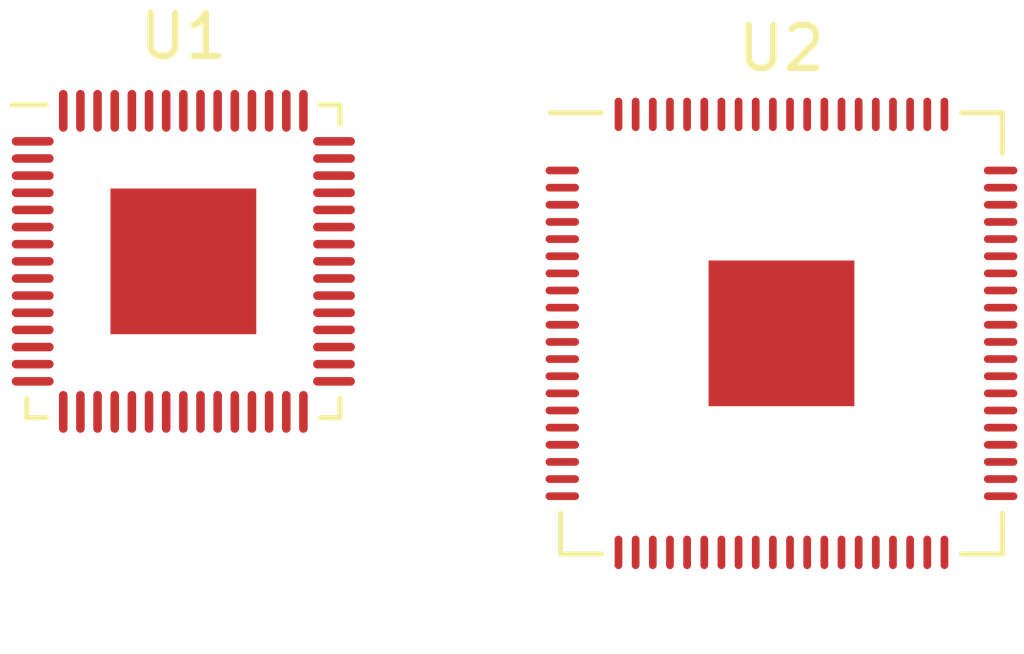
<source format=kicad_pcb>
(kicad_pcb (version 20240108) (generator "pcbnew") (generator_version "8.0")
  (layers (0 "F.Cu" signal) (31 "B.Cu" signal) (34 "B.Paste" user) (35 "F.Paste" user) (36 "B.SilkS" user "B.Silkscreen") (37 "F.SilkS" user "F.Silkscreen") (38 "B.Mask" user) (39 "F.Mask" user) (44 "Edge.Cuts" user))
  (net 0 "")
  (footprint "RP2350:RP2350A_QFN-60_EP_7x7_Pitch0.4mm" (layer "F.Cu") (at 129.28 83.8635)
    (property "Reference" "U1" (at 0 -5.25 0) (layer "F.SilkS"))
    (property "Value" "RP2350A")
    (fp_line (start -3.65 3.65) (end -3.65 3.2) (stroke (width 0.12)) (layer "F.SilkS"))
    (fp_line (start -3.2 -3.65) (end -3.9875 -3.65) (stroke (width 0.12)) (layer "F.SilkS"))
    (fp_line (start -3.2 3.65) (end -3.65 3.65) (stroke (width 0.12)) (layer "F.SilkS"))
    (fp_line (start 3.2 -3.65) (end 3.65 -3.65) (stroke (width 0.12)) (layer "F.SilkS"))
    (fp_line (start 3.2 3.65) (end 3.65 3.65) (stroke (width 0.12)) (layer "F.SilkS"))
    (fp_line (start 3.65 -3.65) (end 3.65 -3.2) (stroke (width 0.12)) (layer "F.SilkS"))
    (fp_line (start 3.65 3.65) (end 3.65 3.2) (stroke (width 0.12)) (layer "F.SilkS"))
    (pad "1" smd oval (at -3.5125 -2.8 90) (size 0.2 0.975) (layers "F.Cu" "F.Paste" "F.Mask"))
    (pad "2" smd oval (at -3.5125 -2.4 90) (size 0.2 0.975) (layers "F.Cu" "F.Paste" "F.Mask"))
    (pad "3" smd oval (at -3.5125 -2 90) (size 0.2 0.975) (layers "F.Cu" "F.Paste" "F.Mask"))
    (pad "4" smd oval (at -3.5125 -1.6 90) (size 0.2 0.975) (layers "F.Cu" "F.Paste" "F.Mask"))
    (pad "5" smd oval (at -3.5125 -1.2 90) (size 0.2 0.975) (layers "F.Cu" "F.Paste" "F.Mask"))
    (pad "6" smd oval (at -3.5125 -0.8 90) (size 0.2 0.975) (layers "F.Cu" "F.Paste" "F.Mask"))
    (pad "7" smd oval (at -3.5125 -0.4 90) (size 0.2 0.975) (layers "F.Cu" "F.Paste" "F.Mask"))
    (pad "8" smd oval (at -3.5125 0 90) (size 0.2 0.975) (layers "F.Cu" "F.Paste" "F.Mask"))
    (pad "9" smd oval (at -3.5125 0.4 90) (size 0.2 0.975) (layers "F.Cu" "F.Paste" "F.Mask"))
    (pad "10" smd oval (at -3.5125 0.8 90) (size 0.2 0.975) (layers "F.Cu" "F.Paste" "F.Mask"))
    (pad "11" smd oval (at -3.5125 1.2 90) (size 0.2 0.975) (layers "F.Cu" "F.Paste" "F.Mask"))
    (pad "12" smd oval (at -3.5125 1.6 90) (size 0.2 0.975) (layers "F.Cu" "F.Paste" "F.Mask"))
    (pad "13" smd oval (at -3.5125 2 90) (size 0.2 0.975) (layers "F.Cu" "F.Paste" "F.Mask"))
    (pad "14" smd oval (at -3.5125 2.4 90) (size 0.2 0.975) (layers "F.Cu" "F.Paste" "F.Mask"))
    (pad "15" smd oval (at -3.5125 2.8 90) (size 0.2 0.975) (layers "F.Cu" "F.Paste" "F.Mask"))
    (pad "16" smd oval (at -2.8 3.5125) (size 0.2 0.975) (layers "F.Cu" "F.Paste" "F.Mask"))
    (pad "17" smd oval (at -2.4 3.5125) (size 0.2 0.975) (layers "F.Cu" "F.Paste" "F.Mask"))
    (pad "18" smd oval (at -2 3.5125) (size 0.2 0.975) (layers "F.Cu" "F.Paste" "F.Mask"))
    (pad "19" smd oval (at -1.6 3.5125) (size 0.2 0.975) (layers "F.Cu" "F.Paste" "F.Mask"))
    (pad "20" smd oval (at -1.2 3.5125) (size 0.2 0.975) (layers "F.Cu" "F.Paste" "F.Mask"))
    (pad "21" smd oval (at -0.8 3.5125) (size 0.2 0.975) (layers "F.Cu" "F.Paste" "F.Mask"))
    (pad "22" smd oval (at -0.4 3.5125) (size 0.2 0.975) (layers "F.Cu" "F.Paste" "F.Mask"))
    (pad "23" smd oval (at 0 3.5125) (size 0.2 0.975) (layers "F.Cu" "F.Paste" "F.Mask"))
    (pad "24" smd oval (at 0.4 3.5125) (size 0.2 0.975) (layers "F.Cu" "F.Paste" "F.Mask"))
    (pad "25" smd oval (at 0.8 3.5125) (size 0.2 0.975) (layers "F.Cu" "F.Paste" "F.Mask"))
    (pad "26" smd oval (at 1.2 3.5125) (size 0.2 0.975) (layers "F.Cu" "F.Paste" "F.Mask"))
    (pad "27" smd oval (at 1.6 3.5125) (size 0.2 0.975) (layers "F.Cu" "F.Paste" "F.Mask"))
    (pad "28" smd oval (at 2 3.5125) (size 0.2 0.975) (layers "F.Cu" "F.Paste" "F.Mask"))
    (pad "29" smd oval (at 2.4 3.5125) (size 0.2 0.975) (layers "F.Cu" "F.Paste" "F.Mask"))
    (pad "30" smd oval (at 2.8 3.5125) (size 0.2 0.975) (layers "F.Cu" "F.Paste" "F.Mask"))
    (pad "31" smd oval (at 3.5125 2.8 90) (size 0.2 0.975) (layers "F.Cu" "F.Paste" "F.Mask"))
    (pad "32" smd oval (at 3.5125 2.4 90) (size 0.2 0.975) (layers "F.Cu" "F.Paste" "F.Mask"))
    (pad "33" smd oval (at 3.5125 2 90) (size 0.2 0.975) (layers "F.Cu" "F.Paste" "F.Mask"))
    (pad "34" smd oval (at 3.5125 1.6 90) (size 0.2 0.975) (layers "F.Cu" "F.Paste" "F.Mask"))
    (pad "35" smd oval (at 3.5125 1.2 90) (size 0.2 0.975) (layers "F.Cu" "F.Paste" "F.Mask"))
    (pad "36" smd oval (at 3.5125 0.8 90) (size 0.2 0.975) (layers "F.Cu" "F.Paste" "F.Mask"))
    (pad "37" smd oval (at 3.5125 0.4 90) (size 0.2 0.975) (layers "F.Cu" "F.Paste" "F.Mask"))
    (pad "38" smd oval (at 3.5125 0 90) (size 0.2 0.975) (layers "F.Cu" "F.Paste" "F.Mask"))
    (pad "39" smd oval (at 3.5125 -0.4 90) (size 0.2 0.975) (layers "F.Cu" "F.Paste" "F.Mask"))
    (pad "40" smd oval (at 3.5125 -0.8 90) (size 0.2 0.975) (layers "F.Cu" "F.Paste" "F.Mask"))
    (pad "41" smd oval (at 3.5125 -1.2 90) (size 0.2 0.975) (layers "F.Cu" "F.Paste" "F.Mask"))
    (pad "42" smd oval (at 3.5125 -1.6 90) (size 0.2 0.975) (layers "F.Cu" "F.Paste" "F.Mask"))
    (pad "43" smd oval (at 3.5125 -2 90) (size 0.2 0.975) (layers "F.Cu" "F.Paste" "F.Mask"))
    (pad "44" smd oval (at 3.5125 -2.4 90) (size 0.2 0.975) (layers "F.Cu" "F.Paste" "F.Mask"))
    (pad "45" smd oval (at 3.5125 -2.8 90) (size 0.2 0.975) (layers "F.Cu" "F.Paste" "F.Mask"))
    (pad "46" smd oval (at 2.8 -3.5125) (size 0.2 0.975) (layers "F.Cu" "F.Paste" "F.Mask"))
    (pad "47" smd oval (at 2.4 -3.5125) (size 0.2 0.975) (layers "F.Cu" "F.Paste" "F.Mask"))
    (pad "48" smd oval (at 2 -3.5125) (size 0.2 0.975) (layers "F.Cu" "F.Paste" "F.Mask"))
    (pad "49" smd oval (at 1.6 -3.5125) (size 0.2 0.975) (layers "F.Cu" "F.Paste" "F.Mask"))
    (pad "50" smd oval (at 1.2 -3.5125) (size 0.2 0.975) (layers "F.Cu" "F.Paste" "F.Mask"))
    (pad "51" smd oval (at 0.8 -3.5125) (size 0.2 0.975) (layers "F.Cu" "F.Paste" "F.Mask"))
    (pad "52" smd oval (at 0.4 -3.5125) (size 0.2 0.975) (layers "F.Cu" "F.Paste" "F.Mask"))
    (pad "53" smd oval (at 0 -3.5125) (size 0.2 0.975) (layers "F.Cu" "F.Paste" "F.Mask"))
    (pad "54" smd oval (at -0.4 -3.5125) (size 0.2 0.975) (layers "F.Cu" "F.Paste" "F.Mask"))
    (pad "55" smd oval (at -0.8 -3.5125) (size 0.2 0.975) (layers "F.Cu" "F.Paste" "F.Mask"))
    (pad "56" smd oval (at -1.2 -3.5125) (size 0.2 0.975) (layers "F.Cu" "F.Paste" "F.Mask"))
    (pad "57" smd oval (at -1.6 -3.5125) (size 0.2 0.975) (layers "F.Cu" "F.Paste" "F.Mask"))
    (pad "58" smd oval (at -2 -3.5125) (size 0.2 0.975) (layers "F.Cu" "F.Paste" "F.Mask"))
    (pad "59" smd oval (at -2.4 -3.5125) (size 0.2 0.975) (layers "F.Cu" "F.Paste" "F.Mask"))
    (pad "60" smd oval (at -2.8 -3.5125) (size 0.2 0.975) (layers "F.Cu" "F.Paste" "F.Mask"))
    (pad "61" smd rect (at 0 0) (size 3.4 3.4) (layers "F.Cu" "F.Mask"))
  )
  (footprint "RP2350:RP2350B_QFN-80_EP_10x10_Pitch0.4mm" (layer "F.Cu") (at 143.226 85.544)
    (property "Reference" "U2" (at 0 -6.65 0) (layer "F.SilkS"))
    (property "Value" "RP2350B")
    (fp_line (start -5.15 5.15) (end -5.15 4.2) (stroke (width 0.12)) (layer "F.SilkS"))
    (fp_line (start -4.2 -5.15) (end -5.39 -5.15) (stroke (width 0.12)) (layer "F.SilkS"))
    (fp_line (start -4.2 5.15) (end -5.15 5.15) (stroke (width 0.12)) (layer "F.SilkS"))
    (fp_line (start 4.2 -5.15) (end 5.15 -5.15) (stroke (width 0.12)) (layer "F.SilkS"))
    (fp_line (start 4.2 5.15) (end 5.15 5.15) (stroke (width 0.12)) (layer "F.SilkS"))
    (fp_line (start 5.15 -5.15) (end 5.15 -4.2) (stroke (width 0.12)) (layer "F.SilkS"))
    (fp_line (start 5.15 5.15) (end 5.15 4.2) (stroke (width 0.12)) (layer "F.SilkS"))
    (pad "1" smd oval (at -5.11 -3.8 90) (size 0.18 0.78) (layers "F.Cu" "F.Paste" "F.Mask"))
    (pad "2" smd oval (at -5.11 -3.4 90) (size 0.18 0.78) (layers "F.Cu" "F.Paste" "F.Mask"))
    (pad "3" smd oval (at -5.11 -3 90) (size 0.18 0.78) (layers "F.Cu" "F.Paste" "F.Mask"))
    (pad "4" smd oval (at -5.11 -2.6 90) (size 0.18 0.78) (layers "F.Cu" "F.Paste" "F.Mask"))
    (pad "5" smd oval (at -5.11 -2.2 90) (size 0.18 0.78) (layers "F.Cu" "F.Paste" "F.Mask"))
    (pad "6" smd oval (at -5.11 -1.8 90) (size 0.18 0.78) (layers "F.Cu" "F.Paste" "F.Mask"))
    (pad "7" smd oval (at -5.11 -1.4 90) (size 0.18 0.78) (layers "F.Cu" "F.Paste" "F.Mask"))
    (pad "8" smd oval (at -5.11 -1 90) (size 0.18 0.78) (layers "F.Cu" "F.Paste" "F.Mask"))
    (pad "9" smd oval (at -5.11 -0.6 90) (size 0.18 0.78) (layers "F.Cu" "F.Paste" "F.Mask"))
    (pad "10" smd oval (at -5.11 -0.2 90) (size 0.18 0.78) (layers "F.Cu" "F.Paste" "F.Mask"))
    (pad "11" smd oval (at -5.11 0.2 90) (size 0.18 0.78) (layers "F.Cu" "F.Paste" "F.Mask"))
    (pad "12" smd oval (at -5.11 0.6 90) (size 0.18 0.78) (layers "F.Cu" "F.Paste" "F.Mask"))
    (pad "13" smd oval (at -5.11 1 90) (size 0.18 0.78) (layers "F.Cu" "F.Paste" "F.Mask"))
    (pad "14" smd oval (at -5.11 1.4 90) (size 0.18 0.78) (layers "F.Cu" "F.Paste" "F.Mask"))
    (pad "15" smd oval (at -5.11 1.8 90) (size 0.18 0.78) (layers "F.Cu" "F.Paste" "F.Mask"))
    (pad "16" smd oval (at -5.11 2.2 90) (size 0.18 0.78) (layers "F.Cu" "F.Paste" "F.Mask"))
    (pad "17" smd oval (at -5.11 2.6 90) (size 0.18 0.78) (layers "F.Cu" "F.Paste" "F.Mask"))
    (pad "18" smd oval (at -5.11 3 90) (size 0.18 0.78) (layers "F.Cu" "F.Paste" "F.Mask"))
    (pad "19" smd oval (at -5.11 3.4 90) (size 0.18 0.78) (layers "F.Cu" "F.Paste" "F.Mask"))
    (pad "20" smd oval (at -5.11 3.8 90) (size 0.18 0.78) (layers "F.Cu" "F.Paste" "F.Mask"))
    (pad "21" smd oval (at -3.8 5.11) (size 0.18 0.78) (layers "F.Cu" "F.Paste" "F.Mask"))
    (pad "22" smd oval (at -3.4 5.11) (size 0.18 0.78) (layers "F.Cu" "F.Paste" "F.Mask"))
    (pad "23" smd oval (at -3 5.11) (size 0.18 0.78) (layers "F.Cu" "F.Paste" "F.Mask"))
    (pad "24" smd oval (at -2.6 5.11) (size 0.18 0.78) (layers "F.Cu" "F.Paste" "F.Mask"))
    (pad "25" smd oval (at -2.2 5.11) (size 0.18 0.78) (layers "F.Cu" "F.Paste" "F.Mask"))
    (pad "26" smd oval (at -1.8 5.11) (size 0.18 0.78) (layers "F.Cu" "F.Paste" "F.Mask"))
    (pad "27" smd oval (at -1.4 5.11) (size 0.18 0.78) (layers "F.Cu" "F.Paste" "F.Mask"))
    (pad "28" smd oval (at -1 5.11) (size 0.18 0.78) (layers "F.Cu" "F.Paste" "F.Mask"))
    (pad "29" smd oval (at -0.6 5.11) (size 0.18 0.78) (layers "F.Cu" "F.Paste" "F.Mask"))
    (pad "30" smd oval (at -0.2 5.11) (size 0.18 0.78) (layers "F.Cu" "F.Paste" "F.Mask"))
    (pad "31" smd oval (at 0.2 5.11) (size 0.18 0.78) (layers "F.Cu" "F.Paste" "F.Mask"))
    (pad "32" smd oval (at 0.6 5.11) (size 0.18 0.78) (layers "F.Cu" "F.Paste" "F.Mask"))
    (pad "33" smd oval (at 1 5.11) (size 0.18 0.78) (layers "F.Cu" "F.Paste" "F.Mask"))
    (pad "34" smd oval (at 1.4 5.11) (size 0.18 0.78) (layers "F.Cu" "F.Paste" "F.Mask"))
    (pad "35" smd oval (at 1.8 5.11) (size 0.18 0.78) (layers "F.Cu" "F.Paste" "F.Mask"))
    (pad "36" smd oval (at 2.2 5.11) (size 0.18 0.78) (layers "F.Cu" "F.Paste" "F.Mask"))
    (pad "37" smd oval (at 2.6 5.11) (size 0.18 0.78) (layers "F.Cu" "F.Paste" "F.Mask"))
    (pad "38" smd oval (at 3 5.11) (size 0.18 0.78) (layers "F.Cu" "F.Paste" "F.Mask"))
    (pad "39" smd oval (at 3.4 5.11) (size 0.18 0.78) (layers "F.Cu" "F.Paste" "F.Mask"))
    (pad "40" smd oval (at 3.8 5.11) (size 0.18 0.78) (layers "F.Cu" "F.Paste" "F.Mask"))
    (pad "41" smd oval (at 5.11 3.8 90) (size 0.18 0.78) (layers "F.Cu" "F.Paste" "F.Mask"))
    (pad "42" smd oval (at 5.11 3.4 90) (size 0.18 0.78) (layers "F.Cu" "F.Paste" "F.Mask"))
    (pad "43" smd oval (at 5.11 3 90) (size 0.18 0.78) (layers "F.Cu" "F.Paste" "F.Mask"))
    (pad "44" smd oval (at 5.11 2.6 90) (size 0.18 0.78) (layers "F.Cu" "F.Paste" "F.Mask"))
    (pad "45" smd oval (at 5.11 2.2 90) (size 0.18 0.78) (layers "F.Cu" "F.Paste" "F.Mask"))
    (pad "46" smd oval (at 5.11 1.8 90) (size 0.18 0.78) (layers "F.Cu" "F.Paste" "F.Mask"))
    (pad "47" smd oval (at 5.11 1.4 90) (size 0.18 0.78) (layers "F.Cu" "F.Paste" "F.Mask"))
    (pad "48" smd oval (at 5.11 1 90) (size 0.18 0.78) (layers "F.Cu" "F.Paste" "F.Mask"))
    (pad "49" smd oval (at 5.11 0.6 90) (size 0.18 0.78) (layers "F.Cu" "F.Paste" "F.Mask"))
    (pad "50" smd oval (at 5.11 0.2 90) (size 0.18 0.78) (layers "F.Cu" "F.Paste" "F.Mask"))
    (pad "51" smd oval (at 5.11 -0.2 90) (size 0.18 0.78) (layers "F.Cu" "F.Paste" "F.Mask"))
    (pad "52" smd oval (at 5.11 -0.6 90) (size 0.18 0.78) (layers "F.Cu" "F.Paste" "F.Mask"))
    (pad "53" smd oval (at 5.11 -1 90) (size 0.18 0.78) (layers "F.Cu" "F.Paste" "F.Mask"))
    (pad "54" smd oval (at 5.11 -1.4 90) (size 0.18 0.78) (layers "F.Cu" "F.Paste" "F.Mask"))
    (pad "55" smd oval (at 5.11 -1.8 90) (size 0.18 0.78) (layers "F.Cu" "F.Paste" "F.Mask"))
    (pad "56" smd oval (at 5.11 -2.2 90) (size 0.18 0.78) (layers "F.Cu" "F.Paste" "F.Mask"))
    (pad "57" smd oval (at 5.11 -2.6 90) (size 0.18 0.78) (layers "F.Cu" "F.Paste" "F.Mask"))
    (pad "58" smd oval (at 5.11 -3 90) (size 0.18 0.78) (layers "F.Cu" "F.Paste" "F.Mask"))
    (pad "59" smd oval (at 5.11 -3.4 90) (size 0.18 0.78) (layers "F.Cu" "F.Paste" "F.Mask"))
    (pad "60" smd oval (at 5.11 -3.8 90) (size 0.18 0.78) (layers "F.Cu" "F.Paste" "F.Mask"))
    (pad "61" smd oval (at 3.8 -5.11) (size 0.18 0.78) (layers "F.Cu" "F.Paste" "F.Mask"))
    (pad "62" smd oval (at 3.4 -5.11) (size 0.18 0.78) (layers "F.Cu" "F.Paste" "F.Mask"))
    (pad "63" smd oval (at 3 -5.11) (size 0.18 0.78) (layers "F.Cu" "F.Paste" "F.Mask"))
    (pad "64" smd oval (at 2.6 -5.11) (size 0.18 0.78) (layers "F.Cu" "F.Paste" "F.Mask"))
    (pad "65" smd oval (at 2.2 -5.11) (size 0.18 0.78) (layers "F.Cu" "F.Paste" "F.Mask"))
    (pad "66" smd oval (at 1.8 -5.11) (size 0.18 0.78) (layers "F.Cu" "F.Paste" "F.Mask"))
    (pad "67" smd oval (at 1.4 -5.11) (size 0.18 0.78) (layers "F.Cu" "F.Paste" "F.Mask"))
    (pad "68" smd oval (at 1 -5.11) (size 0.18 0.78) (layers "F.Cu" "F.Paste" "F.Mask"))
    (pad "69" smd oval (at 0.6 -5.11) (size 0.18 0.78) (layers "F.Cu" "F.Paste" "F.Mask"))
    (pad "70" smd oval (at 0.2 -5.11) (size 0.18 0.78) (layers "F.Cu" "F.Paste" "F.Mask"))
    (pad "71" smd oval (at -0.2 -5.11) (size 0.18 0.78) (layers "F.Cu" "F.Paste" "F.Mask"))
    (pad "72" smd oval (at -0.6 -5.11) (size 0.18 0.78) (layers "F.Cu" "F.Paste" "F.Mask"))
    (pad "73" smd oval (at -1 -5.11) (size 0.18 0.78) (layers "F.Cu" "F.Paste" "F.Mask"))
    (pad "74" smd oval (at -1.4 -5.11) (size 0.18 0.78) (layers "F.Cu" "F.Paste" "F.Mask"))
    (pad "75" smd oval (at -1.8 -5.11) (size 0.18 0.78) (layers "F.Cu" "F.Paste" "F.Mask"))
    (pad "76" smd oval (at -2.2 -5.11) (size 0.18 0.78) (layers "F.Cu" "F.Paste" "F.Mask"))
    (pad "77" smd oval (at -2.6 -5.11) (size 0.18 0.78) (layers "F.Cu" "F.Paste" "F.Mask"))
    (pad "78" smd oval (at -3 -5.11) (size 0.18 0.78) (layers "F.Cu" "F.Paste" "F.Mask"))
    (pad "79" smd oval (at -3.4 -5.11) (size 0.18 0.78) (layers "F.Cu" "F.Paste" "F.Mask"))
    (pad "80" smd oval (at -3.8 -5.11) (size 0.18 0.78) (layers "F.Cu" "F.Paste" "F.Mask"))
    (pad "81" smd rect (at 0 0) (size 3.4 3.4) (layers "F.Cu" "F.Mask"))
  )
)
</source>
